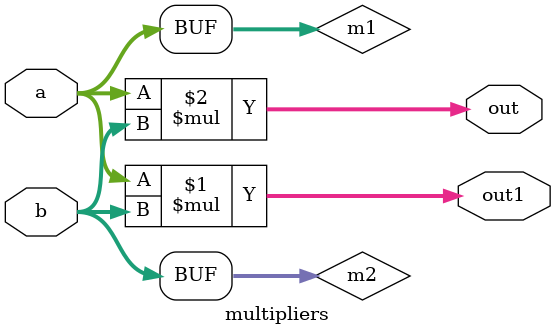
<source format=v>
`timescale 1ns / 1ps
module multipliers(
input [7:0] a,b,
output [15:0] out,out1
    );
wire signed [7:0] m1,m2;
assign m1=a;
assign m2=b;

assign out1=m1*m2;
assign out=a*b;

endmodule

</source>
